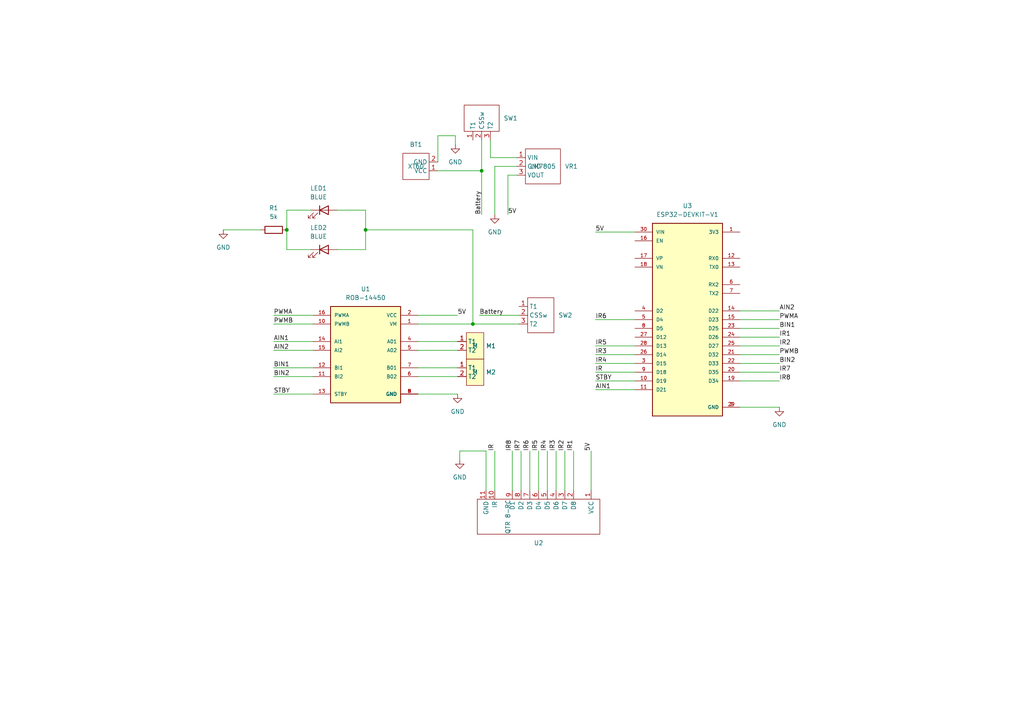
<source format=kicad_sch>
(kicad_sch (version 20230121) (generator eeschema)

  (uuid d7ae5593-1656-47ee-af08-5ec9d47745bb)

  (paper "A4")

  (title_block
    (title "PID Line Follower")
    (date "2024-02-04")
    (rev "v01")
    (company "Build Club SSN")
    (comment 2 "creativecommons.org/licenses/by/4.0/")
    (comment 3 "License: CC BY 4.0")
    (comment 4 "Author: Sreeram R")
  )

  (lib_symbols
    (symbol "BatteryConnector:XT60Connector" (in_bom yes) (on_board yes)
      (property "Reference" "BT" (at -2.54 5.08 0)
        (effects (font (size 1.27 1.27)))
      )
      (property "Value" "" (at 0 0 0)
        (effects (font (size 1.27 1.27)))
      )
      (property "Footprint" "" (at 0 0 0)
        (effects (font (size 1.27 1.27)) hide)
      )
      (property "Datasheet" "" (at 0 0 0)
        (effects (font (size 1.27 1.27)) hide)
      )
      (symbol "XT60Connector_0_1"
        (rectangle (start -3.81 3.81) (end 3.81 -3.81)
          (stroke (width 0) (type default))
          (fill (type none))
        )
      )
      (symbol "XT60Connector_1_1"
        (pin input line (at -6.35 1.27 0) (length 2.54)
          (name "VCC" (effects (font (size 1.27 1.27))))
          (number "1" (effects (font (size 1.27 1.27))))
        )
        (pin input line (at -6.35 -1.27 0) (length 2.54)
          (name "GND" (effects (font (size 1.27 1.27))))
          (number "2" (effects (font (size 1.27 1.27))))
        )
      )
    )
    (symbol "Device:LED" (pin_numbers hide) (pin_names (offset 1.016) hide) (in_bom yes) (on_board yes)
      (property "Reference" "D" (at 0 2.54 0)
        (effects (font (size 1.27 1.27)))
      )
      (property "Value" "LED" (at 0 -2.54 0)
        (effects (font (size 1.27 1.27)))
      )
      (property "Footprint" "" (at 0 0 0)
        (effects (font (size 1.27 1.27)) hide)
      )
      (property "Datasheet" "~" (at 0 0 0)
        (effects (font (size 1.27 1.27)) hide)
      )
      (property "ki_keywords" "LED diode" (at 0 0 0)
        (effects (font (size 1.27 1.27)) hide)
      )
      (property "ki_description" "Light emitting diode" (at 0 0 0)
        (effects (font (size 1.27 1.27)) hide)
      )
      (property "ki_fp_filters" "LED* LED_SMD:* LED_THT:*" (at 0 0 0)
        (effects (font (size 1.27 1.27)) hide)
      )
      (symbol "LED_0_1"
        (polyline
          (pts
            (xy -1.27 -1.27)
            (xy -1.27 1.27)
          )
          (stroke (width 0.254) (type default))
          (fill (type none))
        )
        (polyline
          (pts
            (xy -1.27 0)
            (xy 1.27 0)
          )
          (stroke (width 0) (type default))
          (fill (type none))
        )
        (polyline
          (pts
            (xy 1.27 -1.27)
            (xy 1.27 1.27)
            (xy -1.27 0)
            (xy 1.27 -1.27)
          )
          (stroke (width 0.254) (type default))
          (fill (type none))
        )
        (polyline
          (pts
            (xy -3.048 -0.762)
            (xy -4.572 -2.286)
            (xy -3.81 -2.286)
            (xy -4.572 -2.286)
            (xy -4.572 -1.524)
          )
          (stroke (width 0) (type default))
          (fill (type none))
        )
        (polyline
          (pts
            (xy -1.778 -0.762)
            (xy -3.302 -2.286)
            (xy -2.54 -2.286)
            (xy -3.302 -2.286)
            (xy -3.302 -1.524)
          )
          (stroke (width 0) (type default))
          (fill (type none))
        )
      )
      (symbol "LED_1_1"
        (pin passive line (at -3.81 0 0) (length 2.54)
          (name "K" (effects (font (size 1.27 1.27))))
          (number "1" (effects (font (size 1.27 1.27))))
        )
        (pin passive line (at 3.81 0 180) (length 2.54)
          (name "A" (effects (font (size 1.27 1.27))))
          (number "2" (effects (font (size 1.27 1.27))))
        )
      )
    )
    (symbol "Device:R" (pin_numbers hide) (pin_names (offset 0)) (in_bom yes) (on_board yes)
      (property "Reference" "R" (at 2.032 0 90)
        (effects (font (size 1.27 1.27)))
      )
      (property "Value" "R" (at 0 0 90)
        (effects (font (size 1.27 1.27)))
      )
      (property "Footprint" "" (at -1.778 0 90)
        (effects (font (size 1.27 1.27)) hide)
      )
      (property "Datasheet" "~" (at 0 0 0)
        (effects (font (size 1.27 1.27)) hide)
      )
      (property "ki_keywords" "R res resistor" (at 0 0 0)
        (effects (font (size 1.27 1.27)) hide)
      )
      (property "ki_description" "Resistor" (at 0 0 0)
        (effects (font (size 1.27 1.27)) hide)
      )
      (property "ki_fp_filters" "R_*" (at 0 0 0)
        (effects (font (size 1.27 1.27)) hide)
      )
      (symbol "R_0_1"
        (rectangle (start -1.016 -2.54) (end 1.016 2.54)
          (stroke (width 0.254) (type default))
          (fill (type none))
        )
      )
      (symbol "R_1_1"
        (pin passive line (at 0 3.81 270) (length 1.27)
          (name "~" (effects (font (size 1.27 1.27))))
          (number "1" (effects (font (size 1.27 1.27))))
        )
        (pin passive line (at 0 -3.81 90) (length 1.27)
          (name "~" (effects (font (size 1.27 1.27))))
          (number "2" (effects (font (size 1.27 1.27))))
        )
      )
    )
    (symbol "ESP32-DEVKIT-V1:ESP32-DEVKIT-V1" (pin_names (offset 1.016)) (in_bom yes) (on_board yes)
      (property "Reference" "U" (at -10.16 30.48 0)
        (effects (font (size 1.27 1.27)) (justify left top))
      )
      (property "Value" "ESP32-DEVKIT-V1" (at -10.16 -30.48 0)
        (effects (font (size 1.27 1.27)) (justify left bottom))
      )
      (property "Footprint" "ESP32-DEVKIT-V1:MODULE_ESP32_DEVKIT_V1" (at 0 0 0)
        (effects (font (size 1.27 1.27)) (justify bottom) hide)
      )
      (property "Datasheet" "" (at 0 0 0)
        (effects (font (size 1.27 1.27)) hide)
      )
      (property "MF" "Do it" (at 0 0 0)
        (effects (font (size 1.27 1.27)) (justify bottom) hide)
      )
      (property "MAXIMUM_PACKAGE_HEIGHT" "6.8 mm" (at 0 0 0)
        (effects (font (size 1.27 1.27)) (justify bottom) hide)
      )
      (property "Package" "None" (at 0 0 0)
        (effects (font (size 1.27 1.27)) (justify bottom) hide)
      )
      (property "Price" "None" (at 0 0 0)
        (effects (font (size 1.27 1.27)) (justify bottom) hide)
      )
      (property "Check_prices" "https://www.snapeda.com/parts/ESP32-DEVKIT-V1/Do+it/view-part/?ref=eda" (at 0 0 0)
        (effects (font (size 1.27 1.27)) (justify bottom) hide)
      )
      (property "STANDARD" "Manufacturer Recommendations" (at 0 0 0)
        (effects (font (size 1.27 1.27)) (justify bottom) hide)
      )
      (property "PARTREV" "N/A" (at 0 0 0)
        (effects (font (size 1.27 1.27)) (justify bottom) hide)
      )
      (property "SnapEDA_Link" "https://www.snapeda.com/parts/ESP32-DEVKIT-V1/Do+it/view-part/?ref=snap" (at 0 0 0)
        (effects (font (size 1.27 1.27)) (justify bottom) hide)
      )
      (property "MP" "ESP32-DEVKIT-V1" (at 0 0 0)
        (effects (font (size 1.27 1.27)) (justify bottom) hide)
      )
      (property "Description" "\nDual core, Wi-Fi: 2.4 GHz up to 150 Mbits/s,BLE (Bluetooth Low Energy) and legacy Bluetooth, 32 bits, Up to 240 MHz\n" (at 0 0 0)
        (effects (font (size 1.27 1.27)) (justify bottom) hide)
      )
      (property "Availability" "Not in stock" (at 0 0 0)
        (effects (font (size 1.27 1.27)) (justify bottom) hide)
      )
      (property "MANUFACTURER" "DOIT" (at 0 0 0)
        (effects (font (size 1.27 1.27)) (justify bottom) hide)
      )
      (symbol "ESP32-DEVKIT-V1_0_0"
        (rectangle (start -10.16 -27.94) (end 10.16 27.94)
          (stroke (width 0.254) (type default))
          (fill (type background))
        )
        (pin output line (at 15.24 25.4 180) (length 5.08)
          (name "3V3" (effects (font (size 1.016 1.016))))
          (number "1" (effects (font (size 1.016 1.016))))
        )
        (pin bidirectional line (at -15.24 -17.78 0) (length 5.08)
          (name "D19" (effects (font (size 1.016 1.016))))
          (number "10" (effects (font (size 1.016 1.016))))
        )
        (pin bidirectional line (at -15.24 -20.32 0) (length 5.08)
          (name "D21" (effects (font (size 1.016 1.016))))
          (number "11" (effects (font (size 1.016 1.016))))
        )
        (pin input line (at 15.24 17.78 180) (length 5.08)
          (name "RX0" (effects (font (size 1.016 1.016))))
          (number "12" (effects (font (size 1.016 1.016))))
        )
        (pin output line (at 15.24 15.24 180) (length 5.08)
          (name "TX0" (effects (font (size 1.016 1.016))))
          (number "13" (effects (font (size 1.016 1.016))))
        )
        (pin bidirectional line (at 15.24 2.54 180) (length 5.08)
          (name "D22" (effects (font (size 1.016 1.016))))
          (number "14" (effects (font (size 1.016 1.016))))
        )
        (pin bidirectional line (at 15.24 0 180) (length 5.08)
          (name "D23" (effects (font (size 1.016 1.016))))
          (number "15" (effects (font (size 1.016 1.016))))
        )
        (pin input line (at -15.24 22.86 0) (length 5.08)
          (name "EN" (effects (font (size 1.016 1.016))))
          (number "16" (effects (font (size 1.016 1.016))))
        )
        (pin bidirectional line (at -15.24 17.78 0) (length 5.08)
          (name "VP" (effects (font (size 1.016 1.016))))
          (number "17" (effects (font (size 1.016 1.016))))
        )
        (pin bidirectional line (at -15.24 15.24 0) (length 5.08)
          (name "VN" (effects (font (size 1.016 1.016))))
          (number "18" (effects (font (size 1.016 1.016))))
        )
        (pin bidirectional line (at 15.24 -17.78 180) (length 5.08)
          (name "D34" (effects (font (size 1.016 1.016))))
          (number "19" (effects (font (size 1.016 1.016))))
        )
        (pin power_in line (at 15.24 -25.4 180) (length 5.08)
          (name "GND" (effects (font (size 1.016 1.016))))
          (number "2" (effects (font (size 1.016 1.016))))
        )
        (pin bidirectional line (at 15.24 -15.24 180) (length 5.08)
          (name "D35" (effects (font (size 1.016 1.016))))
          (number "20" (effects (font (size 1.016 1.016))))
        )
        (pin bidirectional line (at 15.24 -10.16 180) (length 5.08)
          (name "D32" (effects (font (size 1.016 1.016))))
          (number "21" (effects (font (size 1.016 1.016))))
        )
        (pin bidirectional line (at 15.24 -12.7 180) (length 5.08)
          (name "D33" (effects (font (size 1.016 1.016))))
          (number "22" (effects (font (size 1.016 1.016))))
        )
        (pin bidirectional line (at 15.24 -2.54 180) (length 5.08)
          (name "D25" (effects (font (size 1.016 1.016))))
          (number "23" (effects (font (size 1.016 1.016))))
        )
        (pin bidirectional line (at 15.24 -5.08 180) (length 5.08)
          (name "D26" (effects (font (size 1.016 1.016))))
          (number "24" (effects (font (size 1.016 1.016))))
        )
        (pin bidirectional line (at 15.24 -7.62 180) (length 5.08)
          (name "D27" (effects (font (size 1.016 1.016))))
          (number "25" (effects (font (size 1.016 1.016))))
        )
        (pin bidirectional line (at -15.24 -10.16 0) (length 5.08)
          (name "D14" (effects (font (size 1.016 1.016))))
          (number "26" (effects (font (size 1.016 1.016))))
        )
        (pin bidirectional line (at -15.24 -5.08 0) (length 5.08)
          (name "D12" (effects (font (size 1.016 1.016))))
          (number "27" (effects (font (size 1.016 1.016))))
        )
        (pin bidirectional line (at -15.24 -7.62 0) (length 5.08)
          (name "D13" (effects (font (size 1.016 1.016))))
          (number "28" (effects (font (size 1.016 1.016))))
        )
        (pin power_in line (at 15.24 -25.4 180) (length 5.08)
          (name "GND" (effects (font (size 1.016 1.016))))
          (number "29" (effects (font (size 1.016 1.016))))
        )
        (pin bidirectional line (at -15.24 -12.7 0) (length 5.08)
          (name "D15" (effects (font (size 1.016 1.016))))
          (number "3" (effects (font (size 1.016 1.016))))
        )
        (pin input line (at -15.24 25.4 0) (length 5.08)
          (name "VIN" (effects (font (size 1.016 1.016))))
          (number "30" (effects (font (size 1.016 1.016))))
        )
        (pin bidirectional line (at -15.24 2.54 0) (length 5.08)
          (name "D2" (effects (font (size 1.016 1.016))))
          (number "4" (effects (font (size 1.016 1.016))))
        )
        (pin bidirectional line (at -15.24 0 0) (length 5.08)
          (name "D4" (effects (font (size 1.016 1.016))))
          (number "5" (effects (font (size 1.016 1.016))))
        )
        (pin input line (at 15.24 10.16 180) (length 5.08)
          (name "RX2" (effects (font (size 1.016 1.016))))
          (number "6" (effects (font (size 1.016 1.016))))
        )
        (pin output line (at 15.24 7.62 180) (length 5.08)
          (name "TX2" (effects (font (size 1.016 1.016))))
          (number "7" (effects (font (size 1.016 1.016))))
        )
        (pin bidirectional line (at -15.24 -2.54 0) (length 5.08)
          (name "D5" (effects (font (size 1.016 1.016))))
          (number "8" (effects (font (size 1.016 1.016))))
        )
        (pin bidirectional line (at -15.24 -15.24 0) (length 5.08)
          (name "D18" (effects (font (size 1.016 1.016))))
          (number "9" (effects (font (size 1.016 1.016))))
        )
      )
    )
    (symbol "LM7805Module:LM7805" (in_bom yes) (on_board yes)
      (property "Reference" "VR" (at -3.81 6.35 0)
        (effects (font (size 1.27 1.27)))
      )
      (property "Value" "" (at 0 0 0)
        (effects (font (size 1.27 1.27)))
      )
      (property "Footprint" "" (at 0 0 0)
        (effects (font (size 1.27 1.27)) hide)
      )
      (property "Datasheet" "" (at 0 0 0)
        (effects (font (size 1.27 1.27)) hide)
      )
      (symbol "LM7805_0_1"
        (rectangle (start -5.08 5.08) (end 5.08 -5.08)
          (stroke (width 0) (type default))
          (fill (type none))
        )
      )
      (symbol "LM7805_1_1"
        (pin input line (at -7.62 2.54 0) (length 2.54)
          (name "VIN" (effects (font (size 1.27 1.27))))
          (number "1" (effects (font (size 1.27 1.27))))
        )
        (pin input line (at -7.62 0 0) (length 2.54)
          (name "GND" (effects (font (size 1.27 1.27))))
          (number "2" (effects (font (size 1.27 1.27))))
        )
        (pin input line (at -7.62 -2.54 0) (length 2.54)
          (name "VOUT" (effects (font (size 1.27 1.27))))
          (number "3" (effects (font (size 1.27 1.27))))
        )
      )
    )
    (symbol "N20MetalActuator:N20GearMotor" (in_bom yes) (on_board yes)
      (property "Reference" "M" (at -1.27 5.08 0)
        (effects (font (size 1.27 1.27)))
      )
      (property "Value" "" (at 0 0 0)
        (effects (font (size 1.27 1.27)))
      )
      (property "Footprint" "" (at 0 0 0)
        (effects (font (size 1.27 1.27)) hide)
      )
      (property "Datasheet" "" (at 0 0 0)
        (effects (font (size 1.27 1.27)) hide)
      )
      (symbol "N20GearMotor_1_1"
        (rectangle (start -2.54 3.81) (end 2.54 -3.81)
          (stroke (width 0) (type default))
          (fill (type background))
        )
        (pin input line (at -5.08 1.27 0) (length 2.54)
          (name "T1" (effects (font (size 1.27 1.27))))
          (number "1" (effects (font (size 1.27 1.27))))
        )
        (pin input line (at -5.08 -1.27 0) (length 2.54)
          (name "T2" (effects (font (size 1.27 1.27))))
          (number "2" (effects (font (size 1.27 1.27))))
        )
      )
    )
    (symbol "QTR-8RCModule:QTR-8RC" (in_bom yes) (on_board yes)
      (property "Reference" "U" (at -3.81 19.05 0)
        (effects (font (size 1.27 1.27)))
      )
      (property "Value" "" (at 0 8.89 0)
        (effects (font (size 1.27 1.27)))
      )
      (property "Footprint" "" (at 0 8.89 0)
        (effects (font (size 1.27 1.27)) hide)
      )
      (property "Datasheet" "" (at 0 8.89 0)
        (effects (font (size 1.27 1.27)) hide)
      )
      (symbol "QTR-8RC_0_1"
        (rectangle (start -5.08 17.78) (end 5.08 -17.78)
          (stroke (width 0) (type default))
          (fill (type none))
        )
      )
      (symbol "QTR-8RC_1_1"
        (pin input line (at 7.62 -15.24 180) (length 2.54)
          (name "VCC" (effects (font (size 1.27 1.27))))
          (number "1" (effects (font (size 1.27 1.27))))
        )
        (pin input line (at 7.62 12.7 180) (length 2.54)
          (name "IR" (effects (font (size 1.27 1.27))))
          (number "10" (effects (font (size 1.27 1.27))))
        )
        (pin input line (at 7.62 15.24 180) (length 2.54)
          (name "GND" (effects (font (size 1.27 1.27))))
          (number "11" (effects (font (size 1.27 1.27))))
        )
        (pin input line (at 7.62 -10.16 180) (length 2.54)
          (name "D8" (effects (font (size 1.27 1.27))))
          (number "2" (effects (font (size 1.27 1.27))))
        )
        (pin input line (at 7.62 -7.62 180) (length 2.54)
          (name "D7" (effects (font (size 1.27 1.27))))
          (number "3" (effects (font (size 1.27 1.27))))
        )
        (pin input line (at 7.62 -5.08 180) (length 2.54)
          (name "D6" (effects (font (size 1.27 1.27))))
          (number "4" (effects (font (size 1.27 1.27))))
        )
        (pin input line (at 7.62 -2.54 180) (length 2.54)
          (name "D5" (effects (font (size 1.27 1.27))))
          (number "5" (effects (font (size 1.27 1.27))))
        )
        (pin input line (at 7.62 0 180) (length 2.54)
          (name "D4" (effects (font (size 1.27 1.27))))
          (number "6" (effects (font (size 1.27 1.27))))
        )
        (pin input line (at 7.62 2.54 180) (length 2.54)
          (name "D3" (effects (font (size 1.27 1.27))))
          (number "7" (effects (font (size 1.27 1.27))))
        )
        (pin input line (at 7.62 5.08 180) (length 2.54)
          (name "D2" (effects (font (size 1.27 1.27))))
          (number "8" (effects (font (size 1.27 1.27))))
        )
        (pin input line (at 7.62 7.62 180) (length 2.54)
          (name "D1" (effects (font (size 1.27 1.27))))
          (number "9" (effects (font (size 1.27 1.27))))
        )
      )
    )
    (symbol "ROB-14450:ROB-14450" (pin_names (offset 1.016)) (in_bom yes) (on_board yes)
      (property "Reference" "U" (at -10.16 16.002 0)
        (effects (font (size 1.27 1.27)) (justify left bottom))
      )
      (property "Value" "ROB-14450" (at -10.16 -15.24 0)
        (effects (font (size 1.27 1.27)) (justify left bottom))
      )
      (property "Footprint" "ROB-14450:MODULE_ROB-14450" (at 0 0 0)
        (effects (font (size 1.27 1.27)) (justify bottom) hide)
      )
      (property "Datasheet" "" (at 0 0 0)
        (effects (font (size 1.27 1.27)) hide)
      )
      (property "MF" "SparkFun Electronics" (at 0 0 0)
        (effects (font (size 1.27 1.27)) (justify bottom) hide)
      )
      (property "Description" "\nTB6612FNG Motor Controller/Driver Power Management Evaluation Board\n" (at 0 0 0)
        (effects (font (size 1.27 1.27)) (justify bottom) hide)
      )
      (property "Package" "None" (at 0 0 0)
        (effects (font (size 1.27 1.27)) (justify bottom) hide)
      )
      (property "Price" "None" (at 0 0 0)
        (effects (font (size 1.27 1.27)) (justify bottom) hide)
      )
      (property "Check_prices" "https://www.snapeda.com/parts/ROB-14450/SparkFun+Electronics/view-part/?ref=eda" (at 0 0 0)
        (effects (font (size 1.27 1.27)) (justify bottom) hide)
      )
      (property "STANDARD" "Manufacturer Recommendation" (at 0 0 0)
        (effects (font (size 1.27 1.27)) (justify bottom) hide)
      )
      (property "PARTREV" "11-13-17" (at 0 0 0)
        (effects (font (size 1.27 1.27)) (justify bottom) hide)
      )
      (property "SnapEDA_Link" "https://www.snapeda.com/parts/ROB-14450/SparkFun+Electronics/view-part/?ref=snap" (at 0 0 0)
        (effects (font (size 1.27 1.27)) (justify bottom) hide)
      )
      (property "MP" "ROB-14450" (at 0 0 0)
        (effects (font (size 1.27 1.27)) (justify bottom) hide)
      )
      (property "Purchase-URL" "https://www.snapeda.com/api/url_track_click_mouser/?unipart_id=2656367&manufacturer=SparkFun Electronics&part_name=ROB-14450&search_term=None" (at 0 0 0)
        (effects (font (size 1.27 1.27)) (justify bottom) hide)
      )
      (property "Availability" "In Stock" (at 0 0 0)
        (effects (font (size 1.27 1.27)) (justify bottom) hide)
      )
      (property "MANUFACTURER" "Sparkfun Electronics" (at 0 0 0)
        (effects (font (size 1.27 1.27)) (justify bottom) hide)
      )
      (symbol "ROB-14450_0_0"
        (rectangle (start -10.16 -12.7) (end 10.16 15.24)
          (stroke (width 0.254) (type default))
          (fill (type background))
        )
        (pin power_in line (at 15.24 10.16 180) (length 5.08)
          (name "VM" (effects (font (size 1.016 1.016))))
          (number "1" (effects (font (size 1.016 1.016))))
        )
        (pin input line (at -15.24 10.16 0) (length 5.08)
          (name "PWMB" (effects (font (size 1.016 1.016))))
          (number "10" (effects (font (size 1.016 1.016))))
        )
        (pin input line (at -15.24 -5.08 0) (length 5.08)
          (name "BI2" (effects (font (size 1.016 1.016))))
          (number "11" (effects (font (size 1.016 1.016))))
        )
        (pin input line (at -15.24 -2.54 0) (length 5.08)
          (name "BI1" (effects (font (size 1.016 1.016))))
          (number "12" (effects (font (size 1.016 1.016))))
        )
        (pin input line (at -15.24 -10.16 0) (length 5.08)
          (name "STBY" (effects (font (size 1.016 1.016))))
          (number "13" (effects (font (size 1.016 1.016))))
        )
        (pin input line (at -15.24 5.08 0) (length 5.08)
          (name "AI1" (effects (font (size 1.016 1.016))))
          (number "14" (effects (font (size 1.016 1.016))))
        )
        (pin input line (at -15.24 2.54 0) (length 5.08)
          (name "AI2" (effects (font (size 1.016 1.016))))
          (number "15" (effects (font (size 1.016 1.016))))
        )
        (pin input line (at -15.24 12.7 0) (length 5.08)
          (name "PWMA" (effects (font (size 1.016 1.016))))
          (number "16" (effects (font (size 1.016 1.016))))
        )
        (pin power_in line (at 15.24 12.7 180) (length 5.08)
          (name "VCC" (effects (font (size 1.016 1.016))))
          (number "2" (effects (font (size 1.016 1.016))))
        )
        (pin power_in line (at 15.24 -10.16 180) (length 5.08)
          (name "GND" (effects (font (size 1.016 1.016))))
          (number "3" (effects (font (size 1.016 1.016))))
        )
        (pin output line (at 15.24 5.08 180) (length 5.08)
          (name "A01" (effects (font (size 1.016 1.016))))
          (number "4" (effects (font (size 1.016 1.016))))
        )
        (pin output line (at 15.24 2.54 180) (length 5.08)
          (name "A02" (effects (font (size 1.016 1.016))))
          (number "5" (effects (font (size 1.016 1.016))))
        )
        (pin output line (at 15.24 -5.08 180) (length 5.08)
          (name "B02" (effects (font (size 1.016 1.016))))
          (number "6" (effects (font (size 1.016 1.016))))
        )
        (pin output line (at 15.24 -2.54 180) (length 5.08)
          (name "B01" (effects (font (size 1.016 1.016))))
          (number "7" (effects (font (size 1.016 1.016))))
        )
        (pin power_in line (at 15.24 -10.16 180) (length 5.08)
          (name "GND" (effects (font (size 1.016 1.016))))
          (number "8" (effects (font (size 1.016 1.016))))
        )
        (pin power_in line (at 15.24 -10.16 180) (length 5.08)
          (name "GND" (effects (font (size 1.016 1.016))))
          (number "9" (effects (font (size 1.016 1.016))))
        )
      )
    )
    (symbol "SlideSwitch:SlideSwitchSPDT" (in_bom yes) (on_board yes)
      (property "Reference" "SW" (at -2.54 6.35 0)
        (effects (font (size 1.27 1.27)))
      )
      (property "Value" "" (at 0 0 0)
        (effects (font (size 1.27 1.27)))
      )
      (property "Footprint" "" (at 0 0 0)
        (effects (font (size 1.27 1.27)) hide)
      )
      (property "Datasheet" "" (at 0 0 0)
        (effects (font (size 1.27 1.27)) hide)
      )
      (symbol "SlideSwitchSPDT_0_1"
        (rectangle (start -3.81 5.08) (end 3.81 -5.08)
          (stroke (width 0) (type default))
          (fill (type none))
        )
      )
      (symbol "SlideSwitchSPDT_1_1"
        (pin input line (at -6.35 2.54 0) (length 2.54)
          (name "T1" (effects (font (size 1.27 1.27))))
          (number "1" (effects (font (size 1.27 1.27))))
        )
        (pin input line (at -6.35 0 0) (length 2.54)
          (name "C" (effects (font (size 1.27 1.27))))
          (number "2" (effects (font (size 1.27 1.27))))
        )
        (pin input line (at -6.35 -2.54 0) (length 2.54)
          (name "T2" (effects (font (size 1.27 1.27))))
          (number "3" (effects (font (size 1.27 1.27))))
        )
      )
    )
    (symbol "power:GND" (power) (pin_names (offset 0)) (in_bom yes) (on_board yes)
      (property "Reference" "#PWR" (at 0 -6.35 0)
        (effects (font (size 1.27 1.27)) hide)
      )
      (property "Value" "GND" (at 0 -3.81 0)
        (effects (font (size 1.27 1.27)))
      )
      (property "Footprint" "" (at 0 0 0)
        (effects (font (size 1.27 1.27)) hide)
      )
      (property "Datasheet" "" (at 0 0 0)
        (effects (font (size 1.27 1.27)) hide)
      )
      (property "ki_keywords" "global power" (at 0 0 0)
        (effects (font (size 1.27 1.27)) hide)
      )
      (property "ki_description" "Power symbol creates a global label with name \"GND\" , ground" (at 0 0 0)
        (effects (font (size 1.27 1.27)) hide)
      )
      (symbol "GND_0_1"
        (polyline
          (pts
            (xy 0 0)
            (xy 0 -1.27)
            (xy 1.27 -1.27)
            (xy 0 -2.54)
            (xy -1.27 -1.27)
            (xy 0 -1.27)
          )
          (stroke (width 0) (type default))
          (fill (type none))
        )
      )
      (symbol "GND_1_1"
        (pin power_in line (at 0 0 270) (length 0) hide
          (name "GND" (effects (font (size 1.27 1.27))))
          (number "1" (effects (font (size 1.27 1.27))))
        )
      )
    )
  )

  (junction (at 106.045 66.675) (diameter 0) (color 0 0 0 0)
    (uuid 49b74a93-c07c-4ecf-a853-1b4a4b800ad2)
  )
  (junction (at 139.7 49.53) (diameter 0) (color 0 0 0 0)
    (uuid bed9acfe-4953-4478-b0eb-8b00196b8ff9)
  )
  (junction (at 137.16 93.98) (diameter 0) (color 0 0 0 0)
    (uuid ce95b0d5-8aaf-4446-adb7-1007c2ed6c5f)
  )
  (junction (at 83.185 66.675) (diameter 0) (color 0 0 0 0)
    (uuid e05ce05e-2d72-41c5-a95b-f2839e7a6348)
  )

  (wire (pts (xy 83.185 72.39) (xy 90.17 72.39))
    (stroke (width 0) (type default))
    (uuid 00ad4104-12ac-4c7f-ba08-cd8022987f32)
  )
  (wire (pts (xy 79.375 109.22) (xy 90.805 109.22))
    (stroke (width 0) (type default))
    (uuid 098d24aa-c64a-4f12-a5f8-306a4247bf9d)
  )
  (wire (pts (xy 172.72 102.87) (xy 184.15 102.87))
    (stroke (width 0) (type default))
    (uuid 09c35e6b-3ffc-4249-91b1-a04f797e5027)
  )
  (wire (pts (xy 137.16 66.675) (xy 137.16 93.98))
    (stroke (width 0) (type default))
    (uuid 0c195715-5674-4ddd-8b09-f56b1cbaf41c)
  )
  (wire (pts (xy 156.21 130.81) (xy 156.21 142.24))
    (stroke (width 0) (type default))
    (uuid 129f3e32-127b-47e0-9e31-72ca8ce9caea)
  )
  (wire (pts (xy 214.63 90.17) (xy 226.06 90.17))
    (stroke (width 0) (type default))
    (uuid 1711c3f7-019b-4166-9409-fb56887f5427)
  )
  (wire (pts (xy 172.72 100.33) (xy 184.15 100.33))
    (stroke (width 0) (type default))
    (uuid 1b1fd915-562e-49b0-80c9-8d87311b647e)
  )
  (wire (pts (xy 97.79 60.96) (xy 106.045 60.96))
    (stroke (width 0) (type default))
    (uuid 22641a55-a45e-4088-9dc2-0ccbbee6e2a2)
  )
  (wire (pts (xy 79.375 99.06) (xy 90.805 99.06))
    (stroke (width 0) (type default))
    (uuid 24115d73-3668-46fa-9566-000556f46c34)
  )
  (wire (pts (xy 143.51 48.26) (xy 143.51 62.23))
    (stroke (width 0) (type default))
    (uuid 2419e16e-4da2-400a-b74c-90b8130e2f17)
  )
  (wire (pts (xy 121.285 99.06) (xy 132.715 99.06))
    (stroke (width 0) (type default))
    (uuid 294e7b30-1702-40ba-a4e3-3617df3126b5)
  )
  (wire (pts (xy 172.72 107.95) (xy 184.15 107.95))
    (stroke (width 0) (type default))
    (uuid 2eb81c2c-79ce-4777-bb62-cd702f861faf)
  )
  (wire (pts (xy 83.185 60.96) (xy 83.185 66.675))
    (stroke (width 0) (type default))
    (uuid 3a83395b-b5dc-458b-b1a2-6b641b0edf08)
  )
  (wire (pts (xy 79.375 114.3) (xy 90.805 114.3))
    (stroke (width 0) (type default))
    (uuid 445aebd6-4875-44da-b80f-82b578e5360a)
  )
  (wire (pts (xy 163.83 130.81) (xy 163.83 142.24))
    (stroke (width 0) (type default))
    (uuid 467975e5-5442-4219-b414-e99360711c81)
  )
  (wire (pts (xy 140.97 142.24) (xy 140.97 130.81))
    (stroke (width 0) (type default))
    (uuid 4758f053-e8bd-48ba-b3aa-3f9872f16cea)
  )
  (wire (pts (xy 139.7 49.53) (xy 139.7 40.64))
    (stroke (width 0) (type default))
    (uuid 4bab5748-e810-44d8-ae7c-620fc4b99d5e)
  )
  (wire (pts (xy 139.065 91.44) (xy 150.495 91.44))
    (stroke (width 0) (type default))
    (uuid 4c84a79a-d533-42b2-adfa-808f8739be7e)
  )
  (wire (pts (xy 172.72 105.41) (xy 184.15 105.41))
    (stroke (width 0) (type default))
    (uuid 4fa3b0ca-d130-45e8-941d-106ae4487564)
  )
  (wire (pts (xy 143.51 48.26) (xy 149.86 48.26))
    (stroke (width 0) (type default))
    (uuid 5401286b-0ee0-4d7a-b8b0-ebd7593f2756)
  )
  (wire (pts (xy 172.72 92.71) (xy 184.15 92.71))
    (stroke (width 0) (type default))
    (uuid 54fa65a2-407b-488a-a749-6baf018786df)
  )
  (wire (pts (xy 133.35 130.81) (xy 133.35 133.35))
    (stroke (width 0) (type default))
    (uuid 5992bc9a-86b0-4595-85ae-694dc91a37d9)
  )
  (wire (pts (xy 214.63 110.49) (xy 226.06 110.49))
    (stroke (width 0) (type default))
    (uuid 5a1c136d-f49f-419e-be64-227d30a74ff5)
  )
  (wire (pts (xy 79.375 101.6) (xy 90.805 101.6))
    (stroke (width 0) (type default))
    (uuid 5a922092-5de8-4546-9ae6-8de76e34387e)
  )
  (wire (pts (xy 214.63 102.87) (xy 226.06 102.87))
    (stroke (width 0) (type default))
    (uuid 5fb1f70a-1752-4bd5-a644-0076dbd9bd92)
  )
  (wire (pts (xy 137.16 93.98) (xy 150.495 93.98))
    (stroke (width 0) (type default))
    (uuid 5fce6f55-0100-4f40-9dce-0d993a884ed8)
  )
  (wire (pts (xy 161.29 130.81) (xy 161.29 142.24))
    (stroke (width 0) (type default))
    (uuid 610962d3-ac11-4955-afe4-927546a196a1)
  )
  (wire (pts (xy 147.32 50.8) (xy 149.86 50.8))
    (stroke (width 0) (type default))
    (uuid 61164c44-3dea-424b-804d-62c27a7b5ed9)
  )
  (wire (pts (xy 127 46.99) (xy 127 39.37))
    (stroke (width 0) (type default))
    (uuid 639626be-dc2d-48a8-89e1-55ce6d2f6f83)
  )
  (wire (pts (xy 121.285 114.3) (xy 132.715 114.3))
    (stroke (width 0) (type default))
    (uuid 645e9361-04ff-4841-8903-3039da89c011)
  )
  (wire (pts (xy 64.77 66.675) (xy 75.565 66.675))
    (stroke (width 0) (type default))
    (uuid 70a217a5-4f3e-41ad-bb58-9f715cde2ae8)
  )
  (wire (pts (xy 121.285 91.44) (xy 132.715 91.44))
    (stroke (width 0) (type default))
    (uuid 742fcda7-1a31-49a6-b13b-38c4cc91ec0c)
  )
  (wire (pts (xy 139.7 49.53) (xy 139.7 62.23))
    (stroke (width 0) (type default))
    (uuid 7a1061d5-6cba-43ad-9031-3c0a371a1cbd)
  )
  (wire (pts (xy 172.72 113.03) (xy 184.15 113.03))
    (stroke (width 0) (type default))
    (uuid 7d76f382-b843-450e-8cd7-abda60b6d7b0)
  )
  (wire (pts (xy 132.08 39.37) (xy 132.08 41.91))
    (stroke (width 0) (type default))
    (uuid 861a1fee-c824-453b-bd59-497f1bb15efd)
  )
  (wire (pts (xy 121.285 101.6) (xy 132.715 101.6))
    (stroke (width 0) (type default))
    (uuid 882a85bf-50fc-4179-a2f4-cc961f37214f)
  )
  (wire (pts (xy 140.97 130.81) (xy 133.35 130.81))
    (stroke (width 0) (type default))
    (uuid 8bb7072a-630d-473e-bda4-979efcd8b646)
  )
  (wire (pts (xy 148.59 130.81) (xy 148.59 142.24))
    (stroke (width 0) (type default))
    (uuid 8dc21fcb-26c0-441c-ae06-a0fcec7ce235)
  )
  (wire (pts (xy 127 39.37) (xy 132.08 39.37))
    (stroke (width 0) (type default))
    (uuid 917d115a-cc1e-4aaa-9ae1-66605f1bed7e)
  )
  (wire (pts (xy 214.63 107.95) (xy 226.06 107.95))
    (stroke (width 0) (type default))
    (uuid 9336f858-59ab-4b16-be4d-d3fbcba5e842)
  )
  (wire (pts (xy 214.63 100.33) (xy 226.06 100.33))
    (stroke (width 0) (type default))
    (uuid 96506f0b-1ea0-48fb-9e8f-025b43ef1f8d)
  )
  (wire (pts (xy 158.75 130.81) (xy 158.75 142.24))
    (stroke (width 0) (type default))
    (uuid 99d7fda5-d0bb-43e8-be2b-c92fbad20882)
  )
  (wire (pts (xy 106.045 66.675) (xy 106.045 72.39))
    (stroke (width 0) (type default))
    (uuid a38f235f-0516-4657-96d3-789992ea648e)
  )
  (wire (pts (xy 127 49.53) (xy 139.7 49.53))
    (stroke (width 0) (type default))
    (uuid a5b663c2-2a36-4bde-bffd-592898ab06df)
  )
  (wire (pts (xy 121.285 106.68) (xy 132.715 106.68))
    (stroke (width 0) (type default))
    (uuid ac7af7e8-46dd-48f0-afd0-9d36cf93db0b)
  )
  (wire (pts (xy 106.045 72.39) (xy 97.79 72.39))
    (stroke (width 0) (type default))
    (uuid aec5adea-5447-4a9b-80a0-dc2a157c13dc)
  )
  (wire (pts (xy 171.45 130.81) (xy 171.45 142.24))
    (stroke (width 0) (type default))
    (uuid b1d210f6-868e-4b07-8a02-65fa7944a264)
  )
  (wire (pts (xy 106.045 66.675) (xy 137.16 66.675))
    (stroke (width 0) (type default))
    (uuid bea52939-784e-4482-a65a-ca9f1c54f8c8)
  )
  (wire (pts (xy 153.67 130.81) (xy 153.67 142.24))
    (stroke (width 0) (type default))
    (uuid c134a4d8-4e45-4620-a46b-1f0327115c6a)
  )
  (wire (pts (xy 214.63 105.41) (xy 226.06 105.41))
    (stroke (width 0) (type default))
    (uuid c26d7866-a88e-4889-9db3-2b9ea809988e)
  )
  (wire (pts (xy 79.375 93.98) (xy 90.805 93.98))
    (stroke (width 0) (type default))
    (uuid c44ee13a-076c-4cf3-ad5b-f768bf9293d2)
  )
  (wire (pts (xy 172.72 67.31) (xy 184.15 67.31))
    (stroke (width 0) (type default))
    (uuid c57ec02f-1482-45d5-bf12-80900f4578fa)
  )
  (wire (pts (xy 147.32 62.23) (xy 147.32 50.8))
    (stroke (width 0) (type default))
    (uuid c8f67b24-83c0-49ae-adaf-94e7ea47b572)
  )
  (wire (pts (xy 121.285 109.22) (xy 132.715 109.22))
    (stroke (width 0) (type default))
    (uuid c98dd117-ff9e-492b-8b29-331b191d9684)
  )
  (wire (pts (xy 214.63 118.11) (xy 226.06 118.11))
    (stroke (width 0) (type default))
    (uuid caf20eb0-4eb3-4c6f-8801-edc7cc5f2fcf)
  )
  (wire (pts (xy 151.13 130.81) (xy 151.13 142.24))
    (stroke (width 0) (type default))
    (uuid d6ab2bf2-87c5-40b3-aa89-295827be8222)
  )
  (wire (pts (xy 83.185 66.675) (xy 83.185 72.39))
    (stroke (width 0) (type default))
    (uuid d7cf6f5c-3319-4de8-84ef-8be1f4f7e1b7)
  )
  (wire (pts (xy 142.24 40.64) (xy 142.24 45.72))
    (stroke (width 0) (type default))
    (uuid d95e2668-9cfa-44fb-98ab-47b2b1519651)
  )
  (wire (pts (xy 142.24 45.72) (xy 149.86 45.72))
    (stroke (width 0) (type default))
    (uuid dc164030-5fa6-4b33-a425-174905d124da)
  )
  (wire (pts (xy 121.285 93.98) (xy 137.16 93.98))
    (stroke (width 0) (type default))
    (uuid e1dc07c1-ef52-4f61-a9fa-6bf7d6fb76cf)
  )
  (wire (pts (xy 214.63 95.25) (xy 226.06 95.25))
    (stroke (width 0) (type default))
    (uuid e5444504-da6d-4d13-8541-01f6c2f28fbc)
  )
  (wire (pts (xy 106.045 60.96) (xy 106.045 66.675))
    (stroke (width 0) (type default))
    (uuid e8585d9c-e0c4-41fa-82a2-4bcbe7e00f4f)
  )
  (wire (pts (xy 83.185 60.96) (xy 90.17 60.96))
    (stroke (width 0) (type default))
    (uuid e8885e56-ef0b-490b-ae85-18e2b574f259)
  )
  (wire (pts (xy 214.63 97.79) (xy 226.06 97.79))
    (stroke (width 0) (type default))
    (uuid e99b1558-2217-4452-b06e-e07019c851ca)
  )
  (wire (pts (xy 172.72 110.49) (xy 184.15 110.49))
    (stroke (width 0) (type default))
    (uuid ea314125-5c60-4be6-91ef-772f67a8d012)
  )
  (wire (pts (xy 143.51 130.81) (xy 143.51 142.24))
    (stroke (width 0) (type default))
    (uuid eadeffd9-5f65-44b0-b7df-22601ae768d3)
  )
  (wire (pts (xy 166.37 130.81) (xy 166.37 142.24))
    (stroke (width 0) (type default))
    (uuid eda0e9c8-0688-4e42-9274-b4f55fde63b4)
  )
  (wire (pts (xy 79.375 91.44) (xy 90.805 91.44))
    (stroke (width 0) (type default))
    (uuid f0c3b3f0-b4d5-45f5-b98c-3e41333f28c2)
  )
  (wire (pts (xy 214.63 92.71) (xy 226.06 92.71))
    (stroke (width 0) (type default))
    (uuid fcbed541-f608-4e1f-9c41-78b79558d477)
  )
  (wire (pts (xy 79.375 106.68) (xy 90.805 106.68))
    (stroke (width 0) (type default))
    (uuid ff5f6bd5-c8ae-48c0-9624-08111b1bf494)
  )

  (label "PWMA" (at 226.06 92.71 0) (fields_autoplaced)
    (effects (font (size 1.27 1.27)) (justify left bottom))
    (uuid 021bf17e-023f-4ad5-b783-11a7728afe23)
  )
  (label "IR1" (at 226.06 97.79 0) (fields_autoplaced)
    (effects (font (size 1.27 1.27)) (justify left bottom))
    (uuid 04f1a379-7743-4ac2-8939-018ee901afb0)
  )
  (label "BIN2" (at 226.06 105.41 0) (fields_autoplaced)
    (effects (font (size 1.27 1.27)) (justify left bottom))
    (uuid 050ca47b-cee5-464e-885d-60a53cdbe285)
  )
  (label "IR8" (at 148.59 130.81 90) (fields_autoplaced)
    (effects (font (size 1.27 1.27)) (justify left bottom))
    (uuid 091438cf-b35d-4984-aed4-4a485860103c)
  )
  (label "STBY" (at 79.375 114.3 0) (fields_autoplaced)
    (effects (font (size 1.27 1.27)) (justify left bottom))
    (uuid 1b906b95-ed57-40a4-ba31-9ee2896bca35)
  )
  (label "IR6" (at 153.67 130.81 90) (fields_autoplaced)
    (effects (font (size 1.27 1.27)) (justify left bottom))
    (uuid 220639a3-1311-41c9-9645-40f43ade8a07)
  )
  (label "IR8" (at 226.06 110.49 0) (fields_autoplaced)
    (effects (font (size 1.27 1.27)) (justify left bottom))
    (uuid 297fe42b-42a7-4ede-8c92-1f1026e4f9a7)
  )
  (label "IR" (at 172.72 107.95 0) (fields_autoplaced)
    (effects (font (size 1.27 1.27)) (justify left bottom))
    (uuid 31517f0e-b1af-4889-b707-14f66decdc25)
  )
  (label "Battery" (at 139.065 91.44 0) (fields_autoplaced)
    (effects (font (size 1.27 1.27)) (justify left bottom))
    (uuid 31ac5a26-75a8-4e5f-9331-29ac71d12c08)
  )
  (label "IR3" (at 172.72 102.87 0) (fields_autoplaced)
    (effects (font (size 1.27 1.27)) (justify left bottom))
    (uuid 40928aac-0696-4f0c-a98c-14d1f48f8f95)
  )
  (label "BIN2" (at 79.375 109.22 0) (fields_autoplaced)
    (effects (font (size 1.27 1.27)) (justify left bottom))
    (uuid 4224a4ea-e4fe-4654-86b4-620088e57d39)
  )
  (label "IR7" (at 151.13 130.81 90) (fields_autoplaced)
    (effects (font (size 1.27 1.27)) (justify left bottom))
    (uuid 4cf1755a-85e3-4b3e-b6d1-f018fd260440)
  )
  (label "5V" (at 172.72 67.31 0) (fields_autoplaced)
    (effects (font (size 1.27 1.27)) (justify left bottom))
    (uuid 4f316877-6a5b-4084-b2b0-d6c4be2b9a04)
  )
  (label "PWMA" (at 79.375 91.44 0) (fields_autoplaced)
    (effects (font (size 1.27 1.27)) (justify left bottom))
    (uuid 567d98ba-6ed1-4cd1-8550-023f3d4e3c3e)
  )
  (label "AIN1" (at 79.375 99.06 0) (fields_autoplaced)
    (effects (font (size 1.27 1.27)) (justify left bottom))
    (uuid 5d07ac7c-c116-4aff-938b-caa62dfa908f)
  )
  (label "Battery" (at 139.7 62.23 90) (fields_autoplaced)
    (effects (font (size 1.27 1.27)) (justify left bottom))
    (uuid 6165693f-b6e3-46ec-8654-cff1dfd137fe)
  )
  (label "IR5" (at 172.72 100.33 0) (fields_autoplaced)
    (effects (font (size 1.27 1.27)) (justify left bottom))
    (uuid 6513cccf-3d1b-412c-ae4b-419657de677d)
  )
  (label "IR4" (at 172.72 105.41 0) (fields_autoplaced)
    (effects (font (size 1.27 1.27)) (justify left bottom))
    (uuid 727877f4-39e7-4c1c-819d-295c89e9edff)
  )
  (label "IR4" (at 158.75 130.81 90) (fields_autoplaced)
    (effects (font (size 1.27 1.27)) (justify left bottom))
    (uuid 7424743b-f866-4786-9d13-0328885b5b98)
  )
  (label "IR2" (at 163.83 130.81 90) (fields_autoplaced)
    (effects (font (size 1.27 1.27)) (justify left bottom))
    (uuid 7743ceae-1304-4726-8c2c-20706679cd21)
  )
  (label "BIN1" (at 79.375 106.68 0) (fields_autoplaced)
    (effects (font (size 1.27 1.27)) (justify left bottom))
    (uuid 7a757d8d-dda0-44f1-b4f8-706e508bb11f)
  )
  (label "AIN2" (at 226.06 90.17 0) (fields_autoplaced)
    (effects (font (size 1.27 1.27)) (justify left bottom))
    (uuid 8567c629-9a76-4240-a94f-58d4f06a4605)
  )
  (label "AIN2" (at 79.375 101.6 0) (fields_autoplaced)
    (effects (font (size 1.27 1.27)) (justify left bottom))
    (uuid 898421df-9417-4a6c-a76b-8e7f21173cf1)
  )
  (label "IR7" (at 226.06 107.95 0) (fields_autoplaced)
    (effects (font (size 1.27 1.27)) (justify left bottom))
    (uuid 8b50a16e-d9bf-45da-910a-519892784a75)
  )
  (label "IR3" (at 161.29 130.81 90) (fields_autoplaced)
    (effects (font (size 1.27 1.27)) (justify left bottom))
    (uuid 97312fab-6464-483f-8128-114058aca071)
  )
  (label "IR" (at 143.51 130.81 90) (fields_autoplaced)
    (effects (font (size 1.27 1.27)) (justify left bottom))
    (uuid a26e7ae3-6302-474b-a5d3-a9ce4d65e16d)
  )
  (label "IR2" (at 226.06 100.33 0) (fields_autoplaced)
    (effects (font (size 1.27 1.27)) (justify left bottom))
    (uuid a6d0d2ad-a574-49e6-8848-3cb306961f04)
  )
  (label "STBY" (at 172.72 110.49 0) (fields_autoplaced)
    (effects (font (size 1.27 1.27)) (justify left bottom))
    (uuid a7827f3d-a763-4830-8915-d87fbc57051d)
  )
  (label "IR5" (at 156.21 130.81 90) (fields_autoplaced)
    (effects (font (size 1.27 1.27)) (justify left bottom))
    (uuid bf1e0e8c-4cd3-4aa5-9c49-07a9c4d3edd4)
  )
  (label "PWMB" (at 79.375 93.98 0) (fields_autoplaced)
    (effects (font (size 1.27 1.27)) (justify left bottom))
    (uuid c5427cba-a180-4d4e-8275-97a58371e4d4)
  )
  (label "5V" (at 132.715 91.44 0) (fields_autoplaced)
    (effects (font (size 1.27 1.27)) (justify left bottom))
    (uuid cab0566e-ebf8-4fec-bba4-74ebb7929450)
  )
  (label "5V" (at 171.45 130.81 90) (fields_autoplaced)
    (effects (font (size 1.27 1.27)) (justify left bottom))
    (uuid cf5e7fee-b907-4066-8162-e00611b3d2ad)
  )
  (label "5V" (at 147.32 62.23 0) (fields_autoplaced)
    (effects (font (size 1.27 1.27)) (justify left bottom))
    (uuid d4ea14e3-8229-417f-88cc-61ba2eedfc95)
  )
  (label "IR6" (at 172.72 92.71 0) (fields_autoplaced)
    (effects (font (size 1.27 1.27)) (justify left bottom))
    (uuid d6e70a72-eca5-4bd2-8398-e5d3ee86bd61)
  )
  (label "IR1" (at 166.37 130.81 90) (fields_autoplaced)
    (effects (font (size 1.27 1.27)) (justify left bottom))
    (uuid e18e63c8-1e9f-4831-a3dc-dd0c43f06568)
  )
  (label "AIN1" (at 172.72 113.03 0) (fields_autoplaced)
    (effects (font (size 1.27 1.27)) (justify left bottom))
    (uuid e363e0ec-f8d6-48e3-b8a1-c8dba02be554)
  )
  (label "PWMB" (at 226.06 102.87 0) (fields_autoplaced)
    (effects (font (size 1.27 1.27)) (justify left bottom))
    (uuid f764dddd-bfbd-41a1-b5d7-e3684942535a)
  )
  (label "BIN1" (at 226.06 95.25 0) (fields_autoplaced)
    (effects (font (size 1.27 1.27)) (justify left bottom))
    (uuid fa7909e0-db6b-4083-925d-8d680fc4eeee)
  )

  (symbol (lib_id "BatteryConnector:XT60Connector") (at 120.65 48.26 180) (unit 1)
    (in_bom yes) (on_board yes) (dnp no) (fields_autoplaced)
    (uuid 0f903424-9a22-4654-a046-2c022247c3f9)
    (property "Reference" "BT1" (at 120.65 41.91 0)
      (effects (font (size 1.27 1.27)))
    )
    (property "Value" "XT60" (at 120.65 48.26 0)
      (effects (font (size 1.27 1.27)))
    )
    (property "Footprint" "TerminalBlock:TerminalBlock_bornier-2_P5.08mm" (at 120.65 48.26 0)
      (effects (font (size 1.27 1.27)) hide)
    )
    (property "Datasheet" "" (at 120.65 48.26 0)
      (effects (font (size 1.27 1.27)) hide)
    )
    (pin "2" (uuid ff039a06-fda6-4c35-968e-f9cd60008f25))
    (pin "1" (uuid 1f2d79b8-d651-4990-b07b-0c2c662cab61))
    (instances
      (project "PIDFollower"
        (path "/d7ae5593-1656-47ee-af08-5ec9d47745bb"
          (reference "BT1") (unit 1)
        )
      )
    )
  )

  (symbol (lib_id "QTR-8RCModule:QTR-8RC") (at 156.21 149.86 90) (unit 1)
    (in_bom yes) (on_board yes) (dnp no) (fields_autoplaced)
    (uuid 2e82918f-c5d4-441c-a4fd-f50093828b83)
    (property "Reference" "U2" (at 156.21 157.48 90)
      (effects (font (size 1.27 1.27)))
    )
    (property "Value" "QTR 8-RC" (at 147.32 149.86 0)
      (effects (font (size 1.27 1.27)))
    )
    (property "Footprint" "Connector_PinHeader_2.54mm:PinHeader_1x11_P2.54mm_Vertical" (at 147.32 149.86 0)
      (effects (font (size 1.27 1.27)) hide)
    )
    (property "Datasheet" "" (at 147.32 149.86 0)
      (effects (font (size 1.27 1.27)) hide)
    )
    (pin "3" (uuid d064a12f-ccb6-41b4-9e98-0665411a644b))
    (pin "5" (uuid d065d8b9-0153-46ec-8648-febb92da550c))
    (pin "1" (uuid 2512639b-32f4-463c-8711-a9b52bb92ce1))
    (pin "10" (uuid 78eef67d-3191-4ea5-99e4-8a885c0f42c5))
    (pin "7" (uuid 0c0501d7-fea9-422a-8d59-b93fc18d76dc))
    (pin "8" (uuid bf5fb4b5-ee88-4856-bb3d-2af24d27cfb8))
    (pin "11" (uuid 381602cc-ccad-47f0-a7de-5bc93d7f595f))
    (pin "9" (uuid 005b2d68-b689-4729-86ff-733e863b1c91))
    (pin "6" (uuid 35764bb3-da60-4a06-8006-a1121eb7b3f2))
    (pin "2" (uuid 5247b813-da37-4db5-b794-0ad106f1dd10))
    (pin "4" (uuid 59352f47-0993-4a70-bf2a-375fff001a57))
    (instances
      (project "PIDFollower"
        (path "/d7ae5593-1656-47ee-af08-5ec9d47745bb"
          (reference "U2") (unit 1)
        )
      )
    )
  )

  (symbol (lib_id "power:GND") (at 133.35 133.35 0) (unit 1)
    (in_bom yes) (on_board yes) (dnp no) (fields_autoplaced)
    (uuid 3d4afb09-0dbc-460b-bc19-840d54529dc5)
    (property "Reference" "#PWR06" (at 133.35 139.7 0)
      (effects (font (size 1.27 1.27)) hide)
    )
    (property "Value" "GND" (at 133.35 138.43 0)
      (effects (font (size 1.27 1.27)))
    )
    (property "Footprint" "" (at 133.35 133.35 0)
      (effects (font (size 1.27 1.27)) hide)
    )
    (property "Datasheet" "" (at 133.35 133.35 0)
      (effects (font (size 1.27 1.27)) hide)
    )
    (pin "1" (uuid a0db5794-25c0-4f17-abad-fe6b61293540))
    (instances
      (project "PIDFollower"
        (path "/d7ae5593-1656-47ee-af08-5ec9d47745bb"
          (reference "#PWR06") (unit 1)
        )
      )
    )
  )

  (symbol (lib_id "ROB-14450:ROB-14450") (at 106.045 104.14 0) (unit 1)
    (in_bom yes) (on_board yes) (dnp no) (fields_autoplaced)
    (uuid 46bce7e1-2ad8-4a4b-a3f7-ce94449f9a85)
    (property "Reference" "U1" (at 106.045 83.82 0)
      (effects (font (size 1.27 1.27)))
    )
    (property "Value" "ROB-14450" (at 106.045 86.36 0)
      (effects (font (size 1.27 1.27)))
    )
    (property "Footprint" "ROB-14450:MODULE_ROB-14450" (at 106.045 130.81 0)
      (effects (font (size 1.27 1.27)) (justify bottom) hide)
    )
    (property "Datasheet" "" (at 106.045 104.14 0)
      (effects (font (size 1.27 1.27)) hide)
    )
    (property "MF" "SparkFun Electronics" (at 106.045 140.97 0)
      (effects (font (size 1.27 1.27)) (justify bottom) hide)
    )
    (property "Description" "\nTB6612FNG Motor Controller/Driver Power Management Evaluation Board\n" (at 106.045 125.73 0)
      (effects (font (size 1.27 1.27)) (justify bottom) hide)
    )
    (property "Package" "None" (at 106.045 146.05 0)
      (effects (font (size 1.27 1.27)) (justify bottom) hide)
    )
    (property "Price" "None" (at 106.045 151.13 0)
      (effects (font (size 1.27 1.27)) (justify bottom) hide)
    )
    (property "Check_prices" "https://www.snapeda.com/parts/ROB-14450/SparkFun+Electronics/view-part/?ref=eda" (at 106.045 123.19 0)
      (effects (font (size 1.27 1.27)) (justify bottom) hide)
    )
    (property "STANDARD" "Manufacturer Recommendation" (at 106.045 148.59 0)
      (effects (font (size 1.27 1.27)) (justify bottom) hide)
    )
    (property "PARTREV" "11-13-17" (at 106.045 135.89 0)
      (effects (font (size 1.27 1.27)) (justify bottom) hide)
    )
    (property "SnapEDA_Link" "https://www.snapeda.com/parts/ROB-14450/SparkFun+Electronics/view-part/?ref=snap" (at 106.045 120.65 0)
      (effects (font (size 1.27 1.27)) (justify bottom) hide)
    )
    (property "MP" "ROB-14450" (at 106.045 143.51 0)
      (effects (font (size 1.27 1.27)) (justify bottom) hide)
    )
    (property "Purchase-URL" "https://www.snapeda.com/api/url_track_click_mouser/?unipart_id=2656367&manufacturer=SparkFun Electronics&part_name=ROB-14450&search_term=None" (at 106.045 128.27 0)
      (effects (font (size 1.27 1.27)) (justify bottom) hide)
    )
    (property "Availability" "In Stock" (at 106.045 138.43 0)
      (effects (font (size 1.27 1.27)) (justify bottom) hide)
    )
    (property "MANUFACTURER" "Sparkfun Electronics" (at 106.045 133.35 0)
      (effects (font (size 1.27 1.27)) (justify bottom) hide)
    )
    (pin "9" (uuid 0af67c44-6e18-41b9-ac28-6445c725929f))
    (pin "2" (uuid ec521030-fdaa-4771-9673-a3fb1455d300))
    (pin "12" (uuid 34b31254-8944-4b38-9299-f561be575bfd))
    (pin "1" (uuid def39539-1ce0-49aa-841c-6a70c7df7b84))
    (pin "14" (uuid 289452c9-5437-4fda-ac23-ab7bb7c94194))
    (pin "4" (uuid 3795e00c-e768-4a72-ab31-86f95f2fe19f))
    (pin "13" (uuid f7d145ac-8982-439d-8991-a8a6194d220a))
    (pin "7" (uuid fb43ce8e-08b7-417b-b8c3-10881145f3a3))
    (pin "16" (uuid 403c986a-a58f-4b52-9cfc-f128737c6a9d))
    (pin "5" (uuid 1f9c94db-751b-4342-9c02-0ea79a3d0f36))
    (pin "11" (uuid e288e304-8ede-411e-96dd-f7af0989b2f1))
    (pin "6" (uuid f3253a3d-796d-40f6-81f6-b60013e947b0))
    (pin "10" (uuid f643e7fc-ef16-40e0-b4f8-b5c6b26c8b64))
    (pin "15" (uuid bbf7811e-90a4-4da4-bf45-faacf72ed519))
    (pin "3" (uuid d82a0106-9f65-4ec6-935a-bb7b3381668a))
    (pin "8" (uuid 72aa40d6-d608-4186-9fb7-e8f0fdfe77df))
    (instances
      (project "PIDFollower"
        (path "/d7ae5593-1656-47ee-af08-5ec9d47745bb"
          (reference "U1") (unit 1)
        )
      )
    )
  )

  (symbol (lib_id "power:GND") (at 132.715 114.3 0) (unit 1)
    (in_bom yes) (on_board yes) (dnp no) (fields_autoplaced)
    (uuid 472ae8b8-669b-467c-8933-d51920dd1005)
    (property "Reference" "#PWR02" (at 132.715 120.65 0)
      (effects (font (size 1.27 1.27)) hide)
    )
    (property "Value" "GND" (at 132.715 119.38 0)
      (effects (font (size 1.27 1.27)))
    )
    (property "Footprint" "" (at 132.715 114.3 0)
      (effects (font (size 1.27 1.27)) hide)
    )
    (property "Datasheet" "" (at 132.715 114.3 0)
      (effects (font (size 1.27 1.27)) hide)
    )
    (pin "1" (uuid 0e27438f-154a-458a-977f-e0fac41c7f03))
    (instances
      (project "PIDFollower"
        (path "/d7ae5593-1656-47ee-af08-5ec9d47745bb"
          (reference "#PWR02") (unit 1)
        )
      )
    )
  )

  (symbol (lib_id "N20MetalActuator:N20GearMotor") (at 137.795 107.95 0) (unit 1)
    (in_bom yes) (on_board yes) (dnp no) (fields_autoplaced)
    (uuid 60ff1a8c-6491-49b5-90c0-53e89c39c3f5)
    (property "Reference" "M2" (at 140.97 107.95 0)
      (effects (font (size 1.27 1.27)) (justify left))
    )
    (property "Value" "M" (at 137.795 107.95 0)
      (effects (font (size 1.27 1.27)))
    )
    (property "Footprint" "TerminalBlock:TerminalBlock_bornier-2_P5.08mm" (at 137.795 107.95 0)
      (effects (font (size 1.27 1.27)) hide)
    )
    (property "Datasheet" "" (at 137.795 107.95 0)
      (effects (font (size 1.27 1.27)) hide)
    )
    (pin "2" (uuid 5ec7e6d5-04cf-4f2d-bec4-1eaeeebfbab6))
    (pin "1" (uuid cfde3c59-b62a-43ec-8a2c-1ccf6b43c981))
    (instances
      (project "PIDFollower"
        (path "/d7ae5593-1656-47ee-af08-5ec9d47745bb"
          (reference "M2") (unit 1)
        )
      )
    )
  )

  (symbol (lib_id "N20MetalActuator:N20GearMotor") (at 137.795 100.33 0) (unit 1)
    (in_bom yes) (on_board yes) (dnp no) (fields_autoplaced)
    (uuid 6133f525-af3e-4f4a-b8ce-18726575f8bc)
    (property "Reference" "M1" (at 140.97 100.33 0)
      (effects (font (size 1.27 1.27)) (justify left))
    )
    (property "Value" "M" (at 137.795 100.33 0)
      (effects (font (size 1.27 1.27)))
    )
    (property "Footprint" "TerminalBlock:TerminalBlock_bornier-2_P5.08mm" (at 137.795 100.33 0)
      (effects (font (size 1.27 1.27)) hide)
    )
    (property "Datasheet" "" (at 137.795 100.33 0)
      (effects (font (size 1.27 1.27)) hide)
    )
    (pin "2" (uuid d1e2dcb7-dd6d-4eae-8ea5-43647cc99b7d))
    (pin "1" (uuid e8b47e3e-b8e8-4b00-ab17-e5b049b4c9cc))
    (instances
      (project "PIDFollower"
        (path "/d7ae5593-1656-47ee-af08-5ec9d47745bb"
          (reference "M1") (unit 1)
        )
      )
    )
  )

  (symbol (lib_id "power:GND") (at 132.08 41.91 0) (unit 1)
    (in_bom yes) (on_board yes) (dnp no) (fields_autoplaced)
    (uuid 6bb9db6b-29c9-43fa-8c51-5748355bb453)
    (property "Reference" "#PWR07" (at 132.08 48.26 0)
      (effects (font (size 1.27 1.27)) hide)
    )
    (property "Value" "GND" (at 132.08 46.99 0)
      (effects (font (size 1.27 1.27)))
    )
    (property "Footprint" "" (at 132.08 41.91 0)
      (effects (font (size 1.27 1.27)) hide)
    )
    (property "Datasheet" "" (at 132.08 41.91 0)
      (effects (font (size 1.27 1.27)) hide)
    )
    (pin "1" (uuid 417ea273-e781-4fb6-8a9e-c523cef08680))
    (instances
      (project "PIDFollower"
        (path "/d7ae5593-1656-47ee-af08-5ec9d47745bb"
          (reference "#PWR07") (unit 1)
        )
      )
    )
  )

  (symbol (lib_id "power:GND") (at 226.06 118.11 0) (unit 1)
    (in_bom yes) (on_board yes) (dnp no) (fields_autoplaced)
    (uuid 89712f7c-49c5-4de7-8617-71188e088561)
    (property "Reference" "#PWR01" (at 226.06 124.46 0)
      (effects (font (size 1.27 1.27)) hide)
    )
    (property "Value" "GND" (at 226.06 123.19 0)
      (effects (font (size 1.27 1.27)))
    )
    (property "Footprint" "" (at 226.06 118.11 0)
      (effects (font (size 1.27 1.27)) hide)
    )
    (property "Datasheet" "" (at 226.06 118.11 0)
      (effects (font (size 1.27 1.27)) hide)
    )
    (pin "1" (uuid 2987905e-a573-491b-992c-e4f6946a9ef6))
    (instances
      (project "PIDFollower"
        (path "/d7ae5593-1656-47ee-af08-5ec9d47745bb"
          (reference "#PWR01") (unit 1)
        )
      )
    )
  )

  (symbol (lib_id "SlideSwitch:SlideSwitchSPDT") (at 139.7 34.29 90) (unit 1)
    (in_bom yes) (on_board yes) (dnp no) (fields_autoplaced)
    (uuid 8a4130dd-e77c-43ba-bc2c-31b1f71ee237)
    (property "Reference" "SW1" (at 146.05 34.29 90)
      (effects (font (size 1.27 1.27)) (justify right))
    )
    (property "Value" "SSw" (at 139.7 34.29 0)
      (effects (font (size 1.27 1.27)))
    )
    (property "Footprint" "Button_Switch_THT:SW_Slide_1P2T_CK_OS102011MS2Q" (at 139.7 34.29 0)
      (effects (font (size 1.27 1.27)) hide)
    )
    (property "Datasheet" "" (at 139.7 34.29 0)
      (effects (font (size 1.27 1.27)) hide)
    )
    (pin "3" (uuid c0506438-7fa0-4154-8b02-7a679a89b791))
    (pin "2" (uuid 22925003-c3d8-4c9f-afdd-b0881932450b))
    (pin "1" (uuid e1e02373-95ad-4346-bb87-65ddea2a5cd2))
    (instances
      (project "PIDFollower"
        (path "/d7ae5593-1656-47ee-af08-5ec9d47745bb"
          (reference "SW1") (unit 1)
        )
      )
    )
  )

  (symbol (lib_id "power:GND") (at 64.77 66.675 0) (unit 1)
    (in_bom yes) (on_board yes) (dnp no) (fields_autoplaced)
    (uuid 94c487c3-a611-4379-ab67-546876b8e63d)
    (property "Reference" "#PWR03" (at 64.77 73.025 0)
      (effects (font (size 1.27 1.27)) hide)
    )
    (property "Value" "GND" (at 64.77 71.755 0)
      (effects (font (size 1.27 1.27)))
    )
    (property "Footprint" "" (at 64.77 66.675 0)
      (effects (font (size 1.27 1.27)) hide)
    )
    (property "Datasheet" "" (at 64.77 66.675 0)
      (effects (font (size 1.27 1.27)) hide)
    )
    (pin "1" (uuid 27c0306b-6ab5-4b82-a8a9-182dd4409304))
    (instances
      (project "PIDFollower"
        (path "/d7ae5593-1656-47ee-af08-5ec9d47745bb"
          (reference "#PWR03") (unit 1)
        )
      )
    )
  )

  (symbol (lib_id "SlideSwitch:SlideSwitchSPDT") (at 156.845 91.44 0) (unit 1)
    (in_bom yes) (on_board yes) (dnp no) (fields_autoplaced)
    (uuid 9a57fe65-2f7f-4fbf-8806-96ea5039ee06)
    (property "Reference" "SW2" (at 161.925 91.44 0)
      (effects (font (size 1.27 1.27)) (justify left))
    )
    (property "Value" "SSw" (at 156.845 91.44 0)
      (effects (font (size 1.27 1.27)))
    )
    (property "Footprint" "Button_Switch_THT:SW_Slide_1P2T_CK_OS102011MS2Q" (at 156.845 91.44 0)
      (effects (font (size 1.27 1.27)) hide)
    )
    (property "Datasheet" "" (at 156.845 91.44 0)
      (effects (font (size 1.27 1.27)) hide)
    )
    (pin "3" (uuid 904da11b-90e7-4ff2-91a8-40854820b96d))
    (pin "2" (uuid 7e03296d-5ee3-4496-b1f7-9becd8663712))
    (pin "1" (uuid c73990f3-004c-46cb-8a22-cd43d2a06ad1))
    (instances
      (project "PIDFollower"
        (path "/d7ae5593-1656-47ee-af08-5ec9d47745bb"
          (reference "SW2") (unit 1)
        )
      )
    )
  )

  (symbol (lib_id "Device:R") (at 79.375 66.675 90) (unit 1)
    (in_bom yes) (on_board yes) (dnp no) (fields_autoplaced)
    (uuid 9f8a97df-2e46-4bac-a3b7-7342ef12b088)
    (property "Reference" "R1" (at 79.375 60.325 90)
      (effects (font (size 1.27 1.27)))
    )
    (property "Value" "5k" (at 79.375 62.865 90)
      (effects (font (size 1.27 1.27)))
    )
    (property "Footprint" "Resistor_THT:R_Axial_DIN0207_L6.3mm_D2.5mm_P7.62mm_Horizontal" (at 79.375 68.453 90)
      (effects (font (size 1.27 1.27)) hide)
    )
    (property "Datasheet" "~" (at 79.375 66.675 0)
      (effects (font (size 1.27 1.27)) hide)
    )
    (pin "2" (uuid a2374c87-4add-4f75-995a-7783040e0973))
    (pin "1" (uuid 2748327d-a878-4836-b40a-7fe63c31ddd8))
    (instances
      (project "PIDFollower"
        (path "/d7ae5593-1656-47ee-af08-5ec9d47745bb"
          (reference "R1") (unit 1)
        )
      )
    )
  )

  (symbol (lib_id "power:GND") (at 143.51 62.23 0) (unit 1)
    (in_bom yes) (on_board yes) (dnp no) (fields_autoplaced)
    (uuid a5c5a7a5-4aed-42a3-8113-d3151375d54b)
    (property "Reference" "#PWR08" (at 143.51 68.58 0)
      (effects (font (size 1.27 1.27)) hide)
    )
    (property "Value" "GND" (at 143.51 67.31 0)
      (effects (font (size 1.27 1.27)))
    )
    (property "Footprint" "" (at 143.51 62.23 0)
      (effects (font (size 1.27 1.27)) hide)
    )
    (property "Datasheet" "" (at 143.51 62.23 0)
      (effects (font (size 1.27 1.27)) hide)
    )
    (pin "1" (uuid ba8dcabe-e6de-4669-8b7d-b3a39a347c69))
    (instances
      (project "PIDFollower"
        (path "/d7ae5593-1656-47ee-af08-5ec9d47745bb"
          (reference "#PWR08") (unit 1)
        )
      )
    )
  )

  (symbol (lib_id "ESP32-DEVKIT-V1:ESP32-DEVKIT-V1") (at 199.39 92.71 0) (unit 1)
    (in_bom yes) (on_board yes) (dnp no) (fields_autoplaced)
    (uuid d543ae8a-8ebc-4bfa-b7d4-9c7f8a4dd575)
    (property "Reference" "U3" (at 199.39 59.69 0)
      (effects (font (size 1.27 1.27)))
    )
    (property "Value" "ESP32-DEVKIT-V1" (at 199.39 62.23 0)
      (effects (font (size 1.27 1.27)))
    )
    (property "Footprint" "ESP32-DEVKIT-V1:MODULE_ESP32_DEVKIT_V1" (at 199.39 137.16 0)
      (effects (font (size 1.27 1.27)) (justify bottom) hide)
    )
    (property "Datasheet" "" (at 199.39 92.71 0)
      (effects (font (size 1.27 1.27)) hide)
    )
    (property "MF" "Do it" (at 199.39 154.94 0)
      (effects (font (size 1.27 1.27)) (justify bottom) hide)
    )
    (property "MAXIMUM_PACKAGE_HEIGHT" "6.8 mm" (at 199.39 147.32 0)
      (effects (font (size 1.27 1.27)) (justify bottom) hide)
    )
    (property "Package" "None" (at 199.39 123.19 0)
      (effects (font (size 1.27 1.27)) (justify bottom) hide)
    )
    (property "Price" "None" (at 199.39 152.4 0)
      (effects (font (size 1.27 1.27)) (justify bottom) hide)
    )
    (property "Check_prices" "https://www.snapeda.com/parts/ESP32-DEVKIT-V1/Do+it/view-part/?ref=eda" (at 199.39 128.27 0)
      (effects (font (size 1.27 1.27)) (justify bottom) hide)
    )
    (property "STANDARD" "Manufacturer Recommendations" (at 199.39 139.7 0)
      (effects (font (size 1.27 1.27)) (justify bottom) hide)
    )
    (property "PARTREV" "N/A" (at 199.39 130.81 0)
      (effects (font (size 1.27 1.27)) (justify bottom) hide)
    )
    (property "SnapEDA_Link" "https://www.snapeda.com/parts/ESP32-DEVKIT-V1/Do+it/view-part/?ref=snap" (at 199.39 125.73 0)
      (effects (font (size 1.27 1.27)) (justify bottom) hide)
    )
    (property "MP" "ESP32-DEVKIT-V1" (at 199.39 144.78 0)
      (effects (font (size 1.27 1.27)) (justify bottom) hide)
    )
    (property "Description" "\nDual core, Wi-Fi: 2.4 GHz up to 150 Mbits/s,BLE (Bluetooth Low Energy) and legacy Bluetooth, 32 bits, Up to 240 MHz\n" (at 199.39 133.35 0)
      (effects (font (size 1.27 1.27)) (justify bottom) hide)
    )
    (property "Availability" "Not in stock" (at 199.39 142.24 0)
      (effects (font (size 1.27 1.27)) (justify bottom) hide)
    )
    (property "MANUFACTURER" "DOIT" (at 199.39 149.86 0)
      (effects (font (size 1.27 1.27)) (justify bottom) hide)
    )
    (pin "24" (uuid 62508e4c-a292-48c0-8c45-be2e4535920a))
    (pin "13" (uuid 0f5aec21-f625-46fb-91a4-18e65f216c6a))
    (pin "19" (uuid 6807360c-fd1d-4a89-804c-d17a10c2bfbf))
    (pin "29" (uuid 75225d16-77c0-4147-aa0b-5de04ca16406))
    (pin "23" (uuid 05e30602-f715-491b-ae00-f47cf05c4599))
    (pin "5" (uuid b538fc6e-d829-4ef8-b37b-0adefeb39bfe))
    (pin "12" (uuid 0be6eefe-8a44-4efc-856b-38eac7c89618))
    (pin "27" (uuid 15898003-d05f-48c5-906c-786eca803d0b))
    (pin "18" (uuid 736a5969-8087-4af3-b6ba-a37d25adabf7))
    (pin "2" (uuid 0b562923-cb52-47e8-b114-10a177202a5e))
    (pin "8" (uuid 9f64f247-b207-4011-bc13-fad158321687))
    (pin "9" (uuid 6bf92aa0-1655-4b18-81ef-a9ae91d2e828))
    (pin "15" (uuid de348687-55d5-4f55-a87f-c533be111205))
    (pin "20" (uuid 4d8dce3d-928d-4b5f-b469-0f4d96a80382))
    (pin "16" (uuid a1ffa9a3-15a3-4b7a-99ed-29f6b0bd45bf))
    (pin "21" (uuid da8e2266-0b95-4c3e-9007-748727bfffeb))
    (pin "30" (uuid e61f0de7-33cb-4f3d-89db-5146b553a602))
    (pin "1" (uuid 815852d5-bf82-4064-93bc-9e3a1a82cf37))
    (pin "14" (uuid f739f546-216c-4ec2-bcf9-ebdae7293e37))
    (pin "28" (uuid b2c81f71-76bf-413c-a781-cb712bd10df4))
    (pin "11" (uuid a0da629b-0b9d-4a03-acf7-669f96ab55e8))
    (pin "10" (uuid c325681f-beb0-4bbf-8582-dd422b958969))
    (pin "7" (uuid 69238a3f-9747-4eca-bb1d-2ce01d79db7b))
    (pin "26" (uuid 83fcdeb9-983f-4d36-9e0c-24b939ed6a4f))
    (pin "25" (uuid 68db53a6-8ab3-43fc-bae6-75cd420b8b9f))
    (pin "3" (uuid 800776e1-758b-4d28-940e-4fe970ec9563))
    (pin "4" (uuid 5006955a-c9cd-4df6-9d33-33746d01a835))
    (pin "17" (uuid e5ae6b2e-0d8e-4d80-87ef-a9bd7e03c125))
    (pin "22" (uuid 0668f024-d356-4e17-925a-8e541ca17c89))
    (pin "6" (uuid f79a7af3-dddc-4369-903d-26b6dc883ce5))
    (instances
      (project "PIDFollower"
        (path "/d7ae5593-1656-47ee-af08-5ec9d47745bb"
          (reference "U3") (unit 1)
        )
      )
    )
  )

  (symbol (lib_id "Device:LED") (at 93.98 72.39 0) (unit 1)
    (in_bom yes) (on_board yes) (dnp no) (fields_autoplaced)
    (uuid dba61bc6-df30-404b-a32c-54c8bf8c34ff)
    (property "Reference" "LED2" (at 92.3925 66.04 0)
      (effects (font (size 1.27 1.27)))
    )
    (property "Value" "BLUE" (at 92.3925 68.58 0)
      (effects (font (size 1.27 1.27)))
    )
    (property "Footprint" "LED_THT:LED_D3.0mm" (at 93.98 72.39 0)
      (effects (font (size 1.27 1.27)) hide)
    )
    (property "Datasheet" "~" (at 93.98 72.39 0)
      (effects (font (size 1.27 1.27)) hide)
    )
    (pin "1" (uuid 5481cd9c-1e83-41f3-8e3e-a4a051ba5d89))
    (pin "2" (uuid efc3a71e-707f-4244-97a1-01bdebc4b894))
    (instances
      (project "PIDFollower"
        (path "/d7ae5593-1656-47ee-af08-5ec9d47745bb"
          (reference "LED2") (unit 1)
        )
      )
    )
  )

  (symbol (lib_id "Device:LED") (at 93.98 60.96 0) (unit 1)
    (in_bom yes) (on_board yes) (dnp no) (fields_autoplaced)
    (uuid dca1ca80-9b03-4202-b2f7-8001e304a25e)
    (property "Reference" "LED1" (at 92.3925 54.61 0)
      (effects (font (size 1.27 1.27)))
    )
    (property "Value" "BLUE" (at 92.3925 57.15 0)
      (effects (font (size 1.27 1.27)))
    )
    (property "Footprint" "LED_THT:LED_D3.0mm" (at 93.98 60.96 0)
      (effects (font (size 1.27 1.27)) hide)
    )
    (property "Datasheet" "~" (at 93.98 60.96 0)
      (effects (font (size 1.27 1.27)) hide)
    )
    (pin "1" (uuid 6a804144-f729-4a0d-b37a-eb09b0051d95))
    (pin "2" (uuid 540f81d0-724c-48f7-a2e5-8524ddfb2c4e))
    (instances
      (project "PIDFollower"
        (path "/d7ae5593-1656-47ee-af08-5ec9d47745bb"
          (reference "LED1") (unit 1)
        )
      )
    )
  )

  (symbol (lib_id "LM7805Module:LM7805") (at 157.48 48.26 0) (unit 1)
    (in_bom yes) (on_board yes) (dnp no) (fields_autoplaced)
    (uuid e731e1fc-591c-4ee5-af1c-95c89dc494d2)
    (property "Reference" "VR1" (at 163.83 48.26 0)
      (effects (font (size 1.27 1.27)) (justify left))
    )
    (property "Value" "LM7805" (at 157.48 48.26 0)
      (effects (font (size 1.27 1.27)))
    )
    (property "Footprint" "Connector_PinHeader_2.54mm:PinHeader_1x03_P2.54mm_Vertical" (at 157.48 48.26 0)
      (effects (font (size 1.27 1.27)) hide)
    )
    (property "Datasheet" "" (at 157.48 48.26 0)
      (effects (font (size 1.27 1.27)) hide)
    )
    (pin "3" (uuid b2b0cfb9-bb22-483c-ae6f-c9cf62be4eaa))
    (pin "1" (uuid 1aebcd25-5df9-4111-b7f4-98cf520a2fb2))
    (pin "2" (uuid 543384fe-6ecc-402a-9072-dd6a101473ba))
    (instances
      (project "PIDFollower"
        (path "/d7ae5593-1656-47ee-af08-5ec9d47745bb"
          (reference "VR1") (unit 1)
        )
      )
    )
  )

  (sheet_instances
    (path "/" (page "1"))
  )
)

</source>
